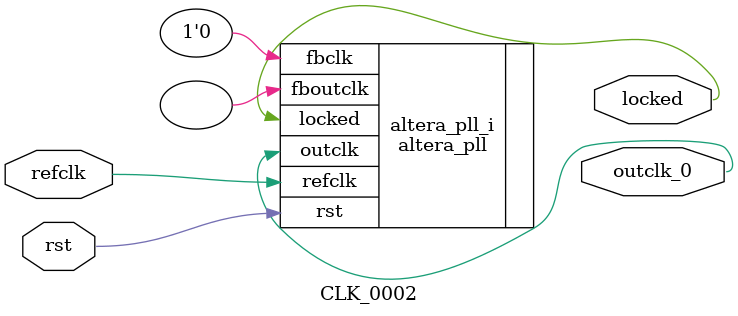
<source format=v>
`timescale 1ns/10ps
module  CLK_0002(

	// interface 'refclk'
	input wire refclk,

	// interface 'reset'
	input wire rst,

	// interface 'outclk0'
	output wire outclk_0,

	// interface 'locked'
	output wire locked
);

	altera_pll #(
		.fractional_vco_multiplier("false"),
		.reference_clock_frequency("50.0 MHz"),
		.operation_mode("normal"),
		.number_of_clocks(1),
		.output_clock_frequency0("5.000000 MHz"),
		.phase_shift0("0 ps"),
		.duty_cycle0(50),
		.output_clock_frequency1("0 MHz"),
		.phase_shift1("0 ps"),
		.duty_cycle1(50),
		.output_clock_frequency2("0 MHz"),
		.phase_shift2("0 ps"),
		.duty_cycle2(50),
		.output_clock_frequency3("0 MHz"),
		.phase_shift3("0 ps"),
		.duty_cycle3(50),
		.output_clock_frequency4("0 MHz"),
		.phase_shift4("0 ps"),
		.duty_cycle4(50),
		.output_clock_frequency5("0 MHz"),
		.phase_shift5("0 ps"),
		.duty_cycle5(50),
		.output_clock_frequency6("0 MHz"),
		.phase_shift6("0 ps"),
		.duty_cycle6(50),
		.output_clock_frequency7("0 MHz"),
		.phase_shift7("0 ps"),
		.duty_cycle7(50),
		.output_clock_frequency8("0 MHz"),
		.phase_shift8("0 ps"),
		.duty_cycle8(50),
		.output_clock_frequency9("0 MHz"),
		.phase_shift9("0 ps"),
		.duty_cycle9(50),
		.output_clock_frequency10("0 MHz"),
		.phase_shift10("0 ps"),
		.duty_cycle10(50),
		.output_clock_frequency11("0 MHz"),
		.phase_shift11("0 ps"),
		.duty_cycle11(50),
		.output_clock_frequency12("0 MHz"),
		.phase_shift12("0 ps"),
		.duty_cycle12(50),
		.output_clock_frequency13("0 MHz"),
		.phase_shift13("0 ps"),
		.duty_cycle13(50),
		.output_clock_frequency14("0 MHz"),
		.phase_shift14("0 ps"),
		.duty_cycle14(50),
		.output_clock_frequency15("0 MHz"),
		.phase_shift15("0 ps"),
		.duty_cycle15(50),
		.output_clock_frequency16("0 MHz"),
		.phase_shift16("0 ps"),
		.duty_cycle16(50),
		.output_clock_frequency17("0 MHz"),
		.phase_shift17("0 ps"),
		.duty_cycle17(50),
		.pll_type("General"),
		.pll_subtype("General")
	) altera_pll_i (
		.rst	(rst),
		.outclk	({outclk_0}),
		.locked	(locked),
		.fboutclk	( ),
		.fbclk	(1'b0),
		.refclk	(refclk)
	);
endmodule


</source>
